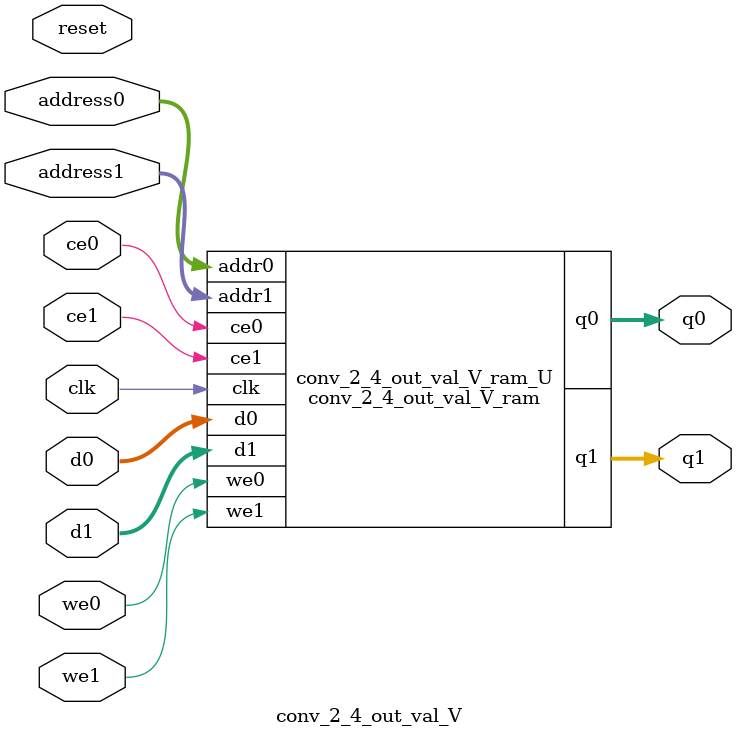
<source format=v>

`timescale 1 ns / 1 ps
module conv_2_4_out_val_V_ram (addr0, ce0, d0, we0, q0, addr1, ce1, d1, we1, q1,  clk);

parameter DWIDTH = 16;
parameter AWIDTH = 3;
parameter MEM_SIZE = 8;

input[AWIDTH-1:0] addr0;
input ce0;
input[DWIDTH-1:0] d0;
input we0;
output reg[DWIDTH-1:0] q0;
input[AWIDTH-1:0] addr1;
input ce1;
input[DWIDTH-1:0] d1;
input we1;
output reg[DWIDTH-1:0] q1;
input clk;

(* ram_style = "block" *)reg [DWIDTH-1:0] ram[0:MEM_SIZE-1];




always @(posedge clk)  
begin 
    if (ce0) 
    begin
        if (we0) 
        begin 
            ram[addr0] <= d0; 
            q0 <= d0;
        end 
        else 
            q0 <= ram[addr0];
    end
end


always @(posedge clk)  
begin 
    if (ce1) 
    begin
        if (we1) 
        begin 
            ram[addr1] <= d1; 
            q1 <= d1;
        end 
        else 
            q1 <= ram[addr1];
    end
end


endmodule


`timescale 1 ns / 1 ps
module conv_2_4_out_val_V(
    reset,
    clk,
    address0,
    ce0,
    we0,
    d0,
    q0,
    address1,
    ce1,
    we1,
    d1,
    q1);

parameter DataWidth = 32'd16;
parameter AddressRange = 32'd8;
parameter AddressWidth = 32'd3;
input reset;
input clk;
input[AddressWidth - 1:0] address0;
input ce0;
input we0;
input[DataWidth - 1:0] d0;
output[DataWidth - 1:0] q0;
input[AddressWidth - 1:0] address1;
input ce1;
input we1;
input[DataWidth - 1:0] d1;
output[DataWidth - 1:0] q1;



conv_2_4_out_val_V_ram conv_2_4_out_val_V_ram_U(
    .clk( clk ),
    .addr0( address0 ),
    .ce0( ce0 ),
    .d0( d0 ),
    .we0( we0 ),
    .q0( q0 ),
    .addr1( address1 ),
    .ce1( ce1 ),
    .d1( d1 ),
    .we1( we1 ),
    .q1( q1 ));

endmodule


</source>
